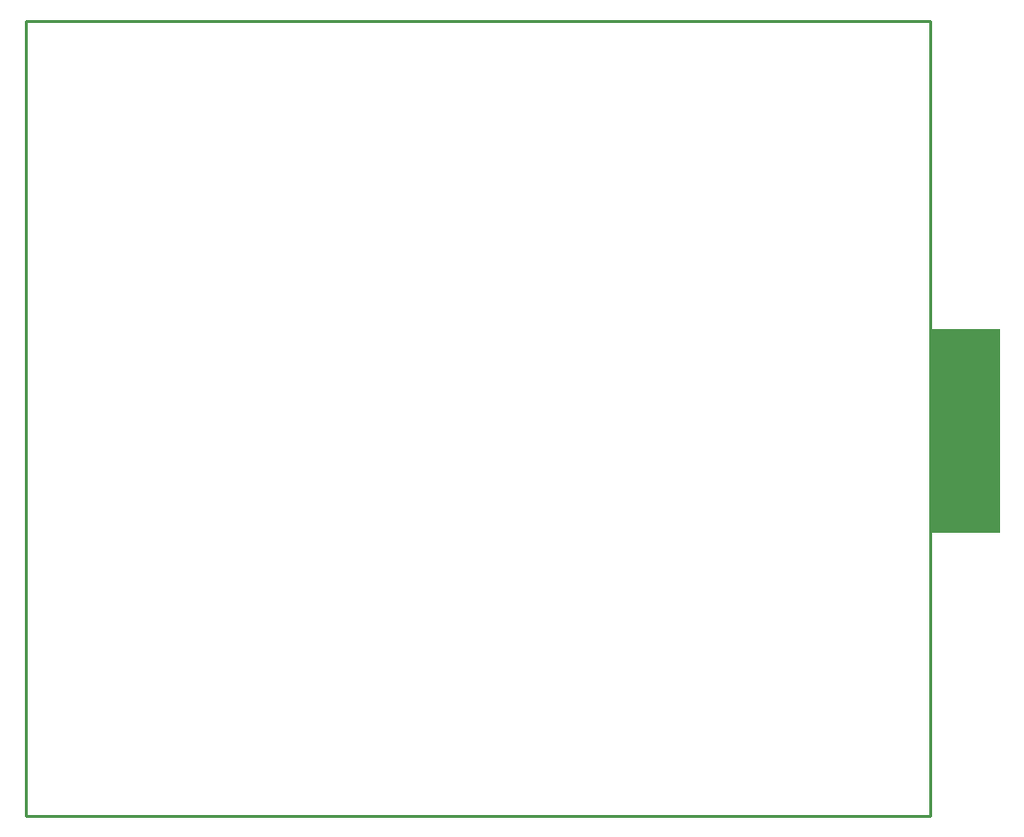
<source format=gko>
G04*
G04 #@! TF.GenerationSoftware,Altium Limited,Altium Designer,25.8.1 (18)*
G04*
G04 Layer_Color=16711935*
%FSLAX25Y25*%
%MOIN*%
G70*
G04*
G04 #@! TF.SameCoordinates,64F7C8A9-438D-4F9F-9055-C3E4DFCE694A*
G04*
G04*
G04 #@! TF.FilePolarity,Positive*
G04*
G01*
G75*
%ADD14C,0.01000*%
G36*
X314900Y98573D02*
Y169439D01*
X339270D01*
Y98573D01*
X314900D01*
D02*
G37*
D14*
X0Y0D02*
Y276800D01*
X315000D01*
Y0D02*
Y276800D01*
X0Y0D02*
X315000D01*
M02*

</source>
